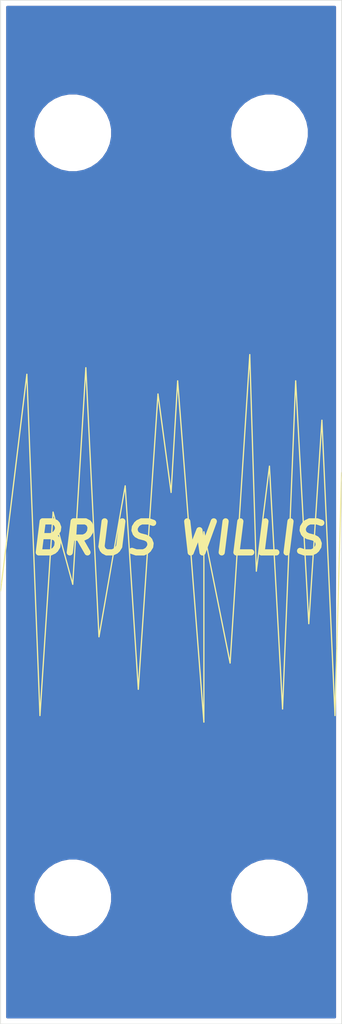
<source format=kicad_pcb>
(kicad_pcb (version 20171130) (host pcbnew 5.1.9-1.fc33)

  (general
    (thickness 1.6)
    (drawings 28)
    (tracks 0)
    (zones 0)
    (modules 4)
    (nets 1)
  )

  (page A4)
  (layers
    (0 F.Cu signal)
    (31 B.Cu signal)
    (32 B.Adhes user)
    (33 F.Adhes user)
    (34 B.Paste user)
    (35 F.Paste user)
    (36 B.SilkS user)
    (37 F.SilkS user)
    (38 B.Mask user)
    (39 F.Mask user)
    (40 Dwgs.User user)
    (41 Cmts.User user)
    (42 Eco1.User user)
    (43 Eco2.User user)
    (44 Edge.Cuts user)
    (45 Margin user)
    (46 B.CrtYd user)
    (47 F.CrtYd user)
    (48 B.Fab user)
    (49 F.Fab user)
  )

  (setup
    (last_trace_width 0.25)
    (trace_clearance 0.2)
    (zone_clearance 0.508)
    (zone_45_only no)
    (trace_min 0.2)
    (via_size 0.8)
    (via_drill 0.4)
    (via_min_size 0.4)
    (via_min_drill 0.3)
    (uvia_size 0.3)
    (uvia_drill 0.1)
    (uvias_allowed no)
    (uvia_min_size 0.2)
    (uvia_min_drill 0.1)
    (edge_width 0.05)
    (segment_width 0.2)
    (pcb_text_width 0.3)
    (pcb_text_size 1.5 1.5)
    (mod_edge_width 0.12)
    (mod_text_size 1 1)
    (mod_text_width 0.15)
    (pad_size 1.524 1.524)
    (pad_drill 0.762)
    (pad_to_mask_clearance 0)
    (aux_axis_origin 50.8 44.45)
    (grid_origin 50.8 44.45)
    (visible_elements FFFFFF7F)
    (pcbplotparams
      (layerselection 0x010fc_ffffffff)
      (usegerberextensions true)
      (usegerberattributes false)
      (usegerberadvancedattributes false)
      (creategerberjobfile false)
      (excludeedgelayer true)
      (linewidth 0.100000)
      (plotframeref false)
      (viasonmask false)
      (mode 1)
      (useauxorigin false)
      (hpglpennumber 1)
      (hpglpenspeed 20)
      (hpglpendiameter 15.000000)
      (psnegative false)
      (psa4output false)
      (plotreference true)
      (plotvalue true)
      (plotinvisibletext false)
      (padsonsilk false)
      (subtractmaskfromsilk true)
      (outputformat 1)
      (mirror false)
      (drillshape 0)
      (scaleselection 1)
      (outputdirectory "plot"))
  )

  (net 0 "")

  (net_class Default "This is the default net class."
    (clearance 0.2)
    (trace_width 0.25)
    (via_dia 0.8)
    (via_drill 0.4)
    (uvia_dia 0.3)
    (uvia_drill 0.1)
  )

  (module MountingHole:MountingHole_6.4mm_M6 (layer F.Cu) (tedit 56D1B4CB) (tstamp 608E0947)
    (at 57.79 131.31)
    (descr "Mounting Hole 6.4mm, no annular, M6")
    (tags "mounting hole 6.4mm no annular m6")
    (attr virtual)
    (fp_text reference REF** (at 0 -7.4) (layer F.SilkS) hide
      (effects (font (size 1 1) (thickness 0.15)))
    )
    (fp_text value MountingHole_6.4mm_M6 (at 0 7.4) (layer F.Fab) hide
      (effects (font (size 1 1) (thickness 0.15)))
    )
    (fp_circle (center 0 0) (end 6.65 0) (layer F.CrtYd) (width 0.05))
    (fp_circle (center 0 0) (end 6.4 0) (layer Cmts.User) (width 0.15))
    (fp_text user %R (at 0.3 0) (layer F.Fab) hide
      (effects (font (size 1 1) (thickness 0.15)))
    )
    (pad 1 np_thru_hole circle (at 0 0) (size 6.4 6.4) (drill 6.4) (layers *.Cu *.Mask))
  )

  (module MountingHole:MountingHole_6.4mm_M6 (layer F.Cu) (tedit 56D1B4CB) (tstamp 608E0939)
    (at 76.84 131.31)
    (descr "Mounting Hole 6.4mm, no annular, M6")
    (tags "mounting hole 6.4mm no annular m6")
    (attr virtual)
    (fp_text reference REF** (at 0 -7.4) (layer F.SilkS) hide
      (effects (font (size 1 1) (thickness 0.15)))
    )
    (fp_text value MountingHole_6.4mm_M6 (at 0 7.4) (layer F.Fab) hide
      (effects (font (size 1 1) (thickness 0.15)))
    )
    (fp_circle (center 0 0) (end 6.4 0) (layer Cmts.User) (width 0.15))
    (fp_circle (center 0 0) (end 6.65 0) (layer F.CrtYd) (width 0.05))
    (fp_text user %R (at 0.3 0) (layer F.Fab) hide
      (effects (font (size 1 1) (thickness 0.15)))
    )
    (pad 1 np_thru_hole circle (at 0 0) (size 6.4 6.4) (drill 6.4) (layers *.Cu *.Mask))
  )

  (module MountingHole:MountingHole_6.4mm_M6 (layer F.Cu) (tedit 56D1B4CB) (tstamp 608E092B)
    (at 76.84 57.28)
    (descr "Mounting Hole 6.4mm, no annular, M6")
    (tags "mounting hole 6.4mm no annular m6")
    (attr virtual)
    (fp_text reference REF** (at 0 -7.4) (layer F.SilkS) hide
      (effects (font (size 1 1) (thickness 0.15)))
    )
    (fp_text value MountingHole_6.4mm_M6 (at 0 7.4) (layer F.Fab) hide
      (effects (font (size 1 1) (thickness 0.15)))
    )
    (fp_circle (center 0 0) (end 6.65 0) (layer F.CrtYd) (width 0.05))
    (fp_circle (center 0 0) (end 6.4 0) (layer Cmts.User) (width 0.15))
    (fp_text user %R (at 0.3 0) (layer F.Fab) hide
      (effects (font (size 1 1) (thickness 0.15)))
    )
    (pad 1 np_thru_hole circle (at 0 0) (size 6.4 6.4) (drill 6.4) (layers *.Cu *.Mask))
  )

  (module MountingHole:MountingHole_6.4mm_M6 (layer F.Cu) (tedit 56D1B4CB) (tstamp 608E09B9)
    (at 57.79 57.28)
    (descr "Mounting Hole 6.4mm, no annular, M6")
    (tags "mounting hole 6.4mm no annular m6")
    (attr virtual)
    (fp_text reference REF** (at 0 -7.4) (layer F.SilkS) hide
      (effects (font (size 1 1) (thickness 0.15)))
    )
    (fp_text value MountingHole_6.4mm_M6 (at 0 7.4) (layer F.Fab) hide
      (effects (font (size 1 1) (thickness 0.15)))
    )
    (fp_circle (center 0 0) (end 6.4 0) (layer Cmts.User) (width 0.15))
    (fp_circle (center 0 0) (end 6.65 0) (layer F.CrtYd) (width 0.05))
    (fp_text user %R (at 0.3 0) (layer F.Fab) hide
      (effects (font (size 1 1) (thickness 0.15)))
    )
    (pad 1 np_thru_hole circle (at 0 0) (size 6.4 6.4) (drill 6.4) (layers *.Cu *.Mask))
  )

  (gr_text "BRUS WILLIS" (at 67.945 96.52) (layer F.SilkS)
    (effects (font (size 3 3) (thickness 0.6) italic))
  )
  (gr_line (start 83.185 113.665) (end 83.82 90.17) (layer F.SilkS) (width 0.12))
  (gr_line (start 81.915 85.09) (end 83.185 113.665) (layer F.SilkS) (width 0.12))
  (gr_line (start 80.645 104.775) (end 81.915 85.09) (layer F.SilkS) (width 0.12))
  (gr_line (start 79.375 81.28) (end 80.645 104.775) (layer F.SilkS) (width 0.12))
  (gr_line (start 78.105 113.03) (end 79.375 81.28) (layer F.SilkS) (width 0.12))
  (gr_line (start 76.835 89.535) (end 78.105 113.03) (layer F.SilkS) (width 0.12))
  (gr_line (start 75.565 99.695) (end 76.835 89.535) (layer F.SilkS) (width 0.12))
  (gr_line (start 74.93 78.74) (end 75.565 99.695) (layer F.SilkS) (width 0.12))
  (gr_line (start 73.025 108.585) (end 74.93 78.74) (layer F.SilkS) (width 0.12))
  (gr_line (start 70.485 95.885) (end 73.025 108.585) (layer F.SilkS) (width 0.12))
  (gr_line (start 70.485 114.3) (end 70.485 95.885) (layer F.SilkS) (width 0.12))
  (gr_line (start 67.945 81.28) (end 70.485 114.3) (layer F.SilkS) (width 0.12))
  (gr_line (start 67.31 92.075) (end 67.945 81.28) (layer F.SilkS) (width 0.12))
  (gr_line (start 66.04 82.55) (end 67.31 92.075) (layer F.SilkS) (width 0.12))
  (gr_line (start 64.135 111.125) (end 66.04 82.55) (layer F.SilkS) (width 0.12))
  (gr_line (start 62.865 91.44) (end 64.135 111.125) (layer F.SilkS) (width 0.12))
  (gr_line (start 60.325 106.045) (end 62.865 91.44) (layer F.SilkS) (width 0.12))
  (gr_line (start 59.055 80.01) (end 60.325 106.045) (layer F.SilkS) (width 0.12))
  (gr_line (start 57.785 100.965) (end 59.055 80.01) (layer F.SilkS) (width 0.12))
  (gr_line (start 55.88 93.98) (end 57.785 100.965) (layer F.SilkS) (width 0.12))
  (gr_line (start 54.61 113.665) (end 55.88 93.98) (layer F.SilkS) (width 0.12))
  (gr_line (start 53.34 80.645) (end 54.61 113.665) (layer F.SilkS) (width 0.12))
  (gr_line (start 50.8 101.6) (end 53.34 80.645) (layer F.SilkS) (width 0.12))
  (gr_line (start 50.8 143.51) (end 50.8 44.45) (layer Edge.Cuts) (width 0.05) (tstamp 608DAA4F))
  (gr_line (start 83.82 143.51) (end 50.8 143.51) (layer Edge.Cuts) (width 0.05))
  (gr_line (start 83.82 44.45) (end 83.82 143.51) (layer Edge.Cuts) (width 0.05))
  (gr_line (start 50.8 44.45) (end 83.82 44.45) (layer Edge.Cuts) (width 0.05))

  (zone (net 0) (net_name "") (layer F.Cu) (tstamp 0) (hatch edge 0.508)
    (connect_pads (clearance 0.508))
    (min_thickness 0.254)
    (fill yes (arc_segments 32) (thermal_gap 0.508) (thermal_bridge_width 0.508))
    (polygon
      (pts
        (xy 83.82 143.51) (xy 50.8 143.51) (xy 50.8 44.45) (xy 83.82 44.45)
      )
    )
    (filled_polygon
      (pts
        (xy 83.160001 142.85) (xy 51.46 142.85) (xy 51.46 130.932285) (xy 53.955 130.932285) (xy 53.955 131.687715)
        (xy 54.102377 132.428628) (xy 54.391467 133.126554) (xy 54.811161 133.75467) (xy 55.34533 134.288839) (xy 55.973446 134.708533)
        (xy 56.671372 134.997623) (xy 57.412285 135.145) (xy 58.167715 135.145) (xy 58.908628 134.997623) (xy 59.606554 134.708533)
        (xy 60.23467 134.288839) (xy 60.768839 133.75467) (xy 61.188533 133.126554) (xy 61.477623 132.428628) (xy 61.625 131.687715)
        (xy 61.625 130.932285) (xy 73.005 130.932285) (xy 73.005 131.687715) (xy 73.152377 132.428628) (xy 73.441467 133.126554)
        (xy 73.861161 133.75467) (xy 74.39533 134.288839) (xy 75.023446 134.708533) (xy 75.721372 134.997623) (xy 76.462285 135.145)
        (xy 77.217715 135.145) (xy 77.958628 134.997623) (xy 78.656554 134.708533) (xy 79.28467 134.288839) (xy 79.818839 133.75467)
        (xy 80.238533 133.126554) (xy 80.527623 132.428628) (xy 80.675 131.687715) (xy 80.675 130.932285) (xy 80.527623 130.191372)
        (xy 80.238533 129.493446) (xy 79.818839 128.86533) (xy 79.28467 128.331161) (xy 78.656554 127.911467) (xy 77.958628 127.622377)
        (xy 77.217715 127.475) (xy 76.462285 127.475) (xy 75.721372 127.622377) (xy 75.023446 127.911467) (xy 74.39533 128.331161)
        (xy 73.861161 128.86533) (xy 73.441467 129.493446) (xy 73.152377 130.191372) (xy 73.005 130.932285) (xy 61.625 130.932285)
        (xy 61.477623 130.191372) (xy 61.188533 129.493446) (xy 60.768839 128.86533) (xy 60.23467 128.331161) (xy 59.606554 127.911467)
        (xy 58.908628 127.622377) (xy 58.167715 127.475) (xy 57.412285 127.475) (xy 56.671372 127.622377) (xy 55.973446 127.911467)
        (xy 55.34533 128.331161) (xy 54.811161 128.86533) (xy 54.391467 129.493446) (xy 54.102377 130.191372) (xy 53.955 130.932285)
        (xy 51.46 130.932285) (xy 51.46 56.902285) (xy 53.955 56.902285) (xy 53.955 57.657715) (xy 54.102377 58.398628)
        (xy 54.391467 59.096554) (xy 54.811161 59.72467) (xy 55.34533 60.258839) (xy 55.973446 60.678533) (xy 56.671372 60.967623)
        (xy 57.412285 61.115) (xy 58.167715 61.115) (xy 58.908628 60.967623) (xy 59.606554 60.678533) (xy 60.23467 60.258839)
        (xy 60.768839 59.72467) (xy 61.188533 59.096554) (xy 61.477623 58.398628) (xy 61.625 57.657715) (xy 61.625 56.902285)
        (xy 73.005 56.902285) (xy 73.005 57.657715) (xy 73.152377 58.398628) (xy 73.441467 59.096554) (xy 73.861161 59.72467)
        (xy 74.39533 60.258839) (xy 75.023446 60.678533) (xy 75.721372 60.967623) (xy 76.462285 61.115) (xy 77.217715 61.115)
        (xy 77.958628 60.967623) (xy 78.656554 60.678533) (xy 79.28467 60.258839) (xy 79.818839 59.72467) (xy 80.238533 59.096554)
        (xy 80.527623 58.398628) (xy 80.675 57.657715) (xy 80.675 56.902285) (xy 80.527623 56.161372) (xy 80.238533 55.463446)
        (xy 79.818839 54.83533) (xy 79.28467 54.301161) (xy 78.656554 53.881467) (xy 77.958628 53.592377) (xy 77.217715 53.445)
        (xy 76.462285 53.445) (xy 75.721372 53.592377) (xy 75.023446 53.881467) (xy 74.39533 54.301161) (xy 73.861161 54.83533)
        (xy 73.441467 55.463446) (xy 73.152377 56.161372) (xy 73.005 56.902285) (xy 61.625 56.902285) (xy 61.477623 56.161372)
        (xy 61.188533 55.463446) (xy 60.768839 54.83533) (xy 60.23467 54.301161) (xy 59.606554 53.881467) (xy 58.908628 53.592377)
        (xy 58.167715 53.445) (xy 57.412285 53.445) (xy 56.671372 53.592377) (xy 55.973446 53.881467) (xy 55.34533 54.301161)
        (xy 54.811161 54.83533) (xy 54.391467 55.463446) (xy 54.102377 56.161372) (xy 53.955 56.902285) (xy 51.46 56.902285)
        (xy 51.46 45.11) (xy 83.16 45.11)
      )
    )
  )
  (zone (net 0) (net_name "") (layer B.Cu) (tstamp 608F9E99) (hatch edge 0.508)
    (connect_pads (clearance 0.508))
    (min_thickness 0.254)
    (fill yes (arc_segments 32) (thermal_gap 0.508) (thermal_bridge_width 0.508))
    (polygon
      (pts
        (xy 83.82 143.51) (xy 50.8 143.51) (xy 50.8 44.45) (xy 83.82 44.45)
      )
    )
    (filled_polygon
      (pts
        (xy 83.160001 142.85) (xy 51.46 142.85) (xy 51.46 130.932285) (xy 53.955 130.932285) (xy 53.955 131.687715)
        (xy 54.102377 132.428628) (xy 54.391467 133.126554) (xy 54.811161 133.75467) (xy 55.34533 134.288839) (xy 55.973446 134.708533)
        (xy 56.671372 134.997623) (xy 57.412285 135.145) (xy 58.167715 135.145) (xy 58.908628 134.997623) (xy 59.606554 134.708533)
        (xy 60.23467 134.288839) (xy 60.768839 133.75467) (xy 61.188533 133.126554) (xy 61.477623 132.428628) (xy 61.625 131.687715)
        (xy 61.625 130.932285) (xy 73.005 130.932285) (xy 73.005 131.687715) (xy 73.152377 132.428628) (xy 73.441467 133.126554)
        (xy 73.861161 133.75467) (xy 74.39533 134.288839) (xy 75.023446 134.708533) (xy 75.721372 134.997623) (xy 76.462285 135.145)
        (xy 77.217715 135.145) (xy 77.958628 134.997623) (xy 78.656554 134.708533) (xy 79.28467 134.288839) (xy 79.818839 133.75467)
        (xy 80.238533 133.126554) (xy 80.527623 132.428628) (xy 80.675 131.687715) (xy 80.675 130.932285) (xy 80.527623 130.191372)
        (xy 80.238533 129.493446) (xy 79.818839 128.86533) (xy 79.28467 128.331161) (xy 78.656554 127.911467) (xy 77.958628 127.622377)
        (xy 77.217715 127.475) (xy 76.462285 127.475) (xy 75.721372 127.622377) (xy 75.023446 127.911467) (xy 74.39533 128.331161)
        (xy 73.861161 128.86533) (xy 73.441467 129.493446) (xy 73.152377 130.191372) (xy 73.005 130.932285) (xy 61.625 130.932285)
        (xy 61.477623 130.191372) (xy 61.188533 129.493446) (xy 60.768839 128.86533) (xy 60.23467 128.331161) (xy 59.606554 127.911467)
        (xy 58.908628 127.622377) (xy 58.167715 127.475) (xy 57.412285 127.475) (xy 56.671372 127.622377) (xy 55.973446 127.911467)
        (xy 55.34533 128.331161) (xy 54.811161 128.86533) (xy 54.391467 129.493446) (xy 54.102377 130.191372) (xy 53.955 130.932285)
        (xy 51.46 130.932285) (xy 51.46 56.902285) (xy 53.955 56.902285) (xy 53.955 57.657715) (xy 54.102377 58.398628)
        (xy 54.391467 59.096554) (xy 54.811161 59.72467) (xy 55.34533 60.258839) (xy 55.973446 60.678533) (xy 56.671372 60.967623)
        (xy 57.412285 61.115) (xy 58.167715 61.115) (xy 58.908628 60.967623) (xy 59.606554 60.678533) (xy 60.23467 60.258839)
        (xy 60.768839 59.72467) (xy 61.188533 59.096554) (xy 61.477623 58.398628) (xy 61.625 57.657715) (xy 61.625 56.902285)
        (xy 73.005 56.902285) (xy 73.005 57.657715) (xy 73.152377 58.398628) (xy 73.441467 59.096554) (xy 73.861161 59.72467)
        (xy 74.39533 60.258839) (xy 75.023446 60.678533) (xy 75.721372 60.967623) (xy 76.462285 61.115) (xy 77.217715 61.115)
        (xy 77.958628 60.967623) (xy 78.656554 60.678533) (xy 79.28467 60.258839) (xy 79.818839 59.72467) (xy 80.238533 59.096554)
        (xy 80.527623 58.398628) (xy 80.675 57.657715) (xy 80.675 56.902285) (xy 80.527623 56.161372) (xy 80.238533 55.463446)
        (xy 79.818839 54.83533) (xy 79.28467 54.301161) (xy 78.656554 53.881467) (xy 77.958628 53.592377) (xy 77.217715 53.445)
        (xy 76.462285 53.445) (xy 75.721372 53.592377) (xy 75.023446 53.881467) (xy 74.39533 54.301161) (xy 73.861161 54.83533)
        (xy 73.441467 55.463446) (xy 73.152377 56.161372) (xy 73.005 56.902285) (xy 61.625 56.902285) (xy 61.477623 56.161372)
        (xy 61.188533 55.463446) (xy 60.768839 54.83533) (xy 60.23467 54.301161) (xy 59.606554 53.881467) (xy 58.908628 53.592377)
        (xy 58.167715 53.445) (xy 57.412285 53.445) (xy 56.671372 53.592377) (xy 55.973446 53.881467) (xy 55.34533 54.301161)
        (xy 54.811161 54.83533) (xy 54.391467 55.463446) (xy 54.102377 56.161372) (xy 53.955 56.902285) (xy 51.46 56.902285)
        (xy 51.46 45.11) (xy 83.16 45.11)
      )
    )
  )
)

</source>
